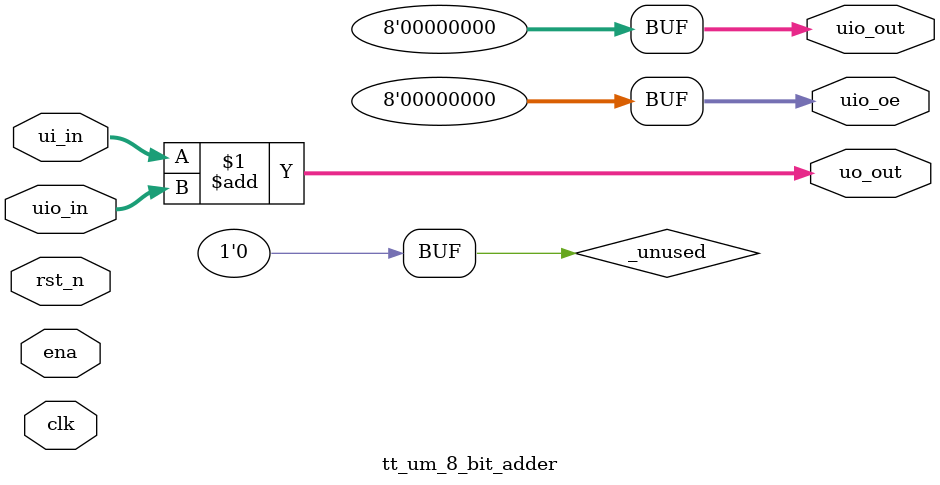
<source format=v>
/*
 * Copyright (c) 2024 Your Name
 * SPDX-License-Identifier: Apache-2.0
 */

`default_nettype none

module tt_um_8_bit_adder (
    input  wire [7:0] ui_in,    // Dedicated inputs
    output wire [7:0] uo_out,   // Dedicated outputs
    input  wire [7:0] uio_in,   // IOs: Input path
    output wire [7:0] uio_out,  // IOs: Output path
    output wire [7:0] uio_oe,   // IOs: Enable path (active high: 0=input, 1=output)
    input  wire       ena,      // always 1 when the design is powered, so you can ignore it
    input  wire       clk,      // clock
    input  wire       rst_n     // reset_n - low to reset
);

  // All output pins must be assigned. If not used, assign to 0.
  assign uo_out  = ui_in + uio_in;  // Example: ou_out is the sum of ui_in and uio_in
  assign uio_out = 0;
  assign uio_oe  = 0;

  // List all unused inputs to prevent warnings
  wire _unused = &{ena, clk, rst_n, 1'b0};

endmodule

</source>
